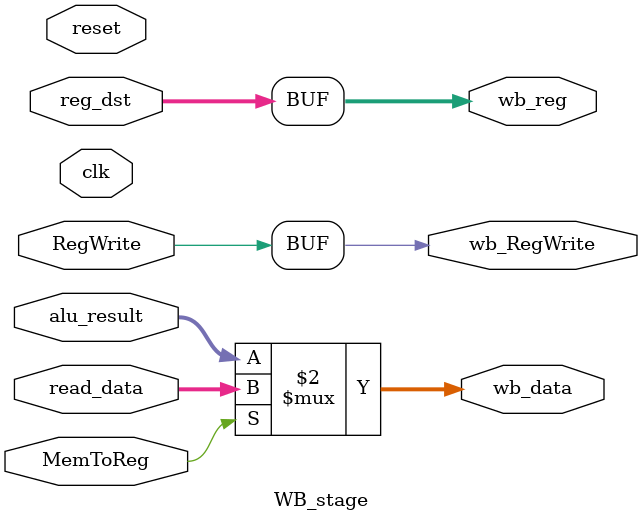
<source format=v>
module WB_stage(
    input         clk,
    input         reset,
    input  [31:0] read_data,
    input  [31:0] alu_result,
    input         MemToReg,
    input  [4:0]  reg_dst,
    input         RegWrite,
    output reg [31:0] wb_data,
    output reg [4:0]  wb_reg,
    output reg        wb_RegWrite
);
    always @(*) begin
        // Select memory read data if MemToReg is asserted; otherwise use ALU result.
        wb_data    = (MemToReg) ? read_data : alu_result;
        wb_reg     = reg_dst;
        wb_RegWrite = RegWrite;
    end
endmodule

</source>
